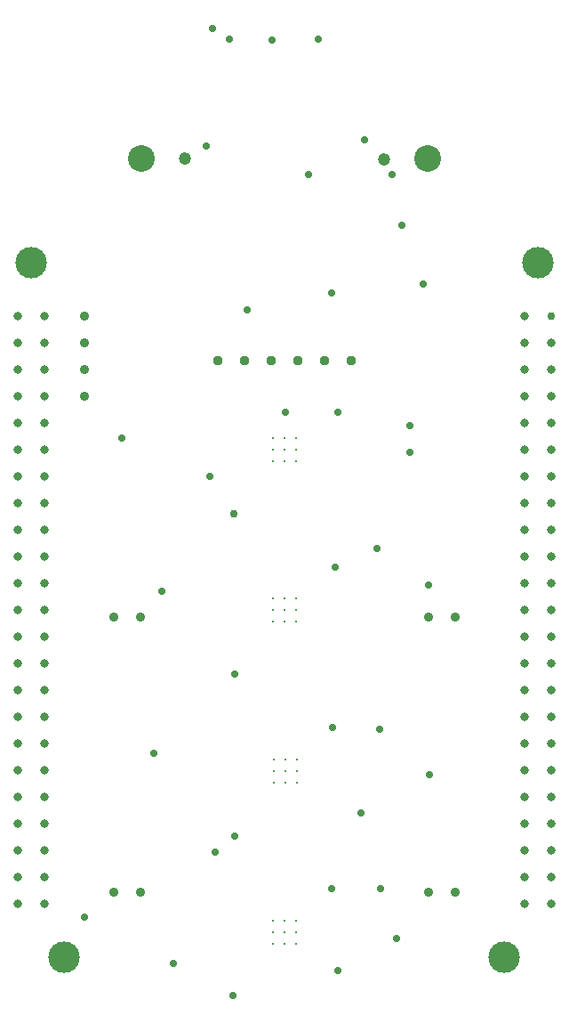
<source format=gbr>
G04 Layer_Color=0*
%FSLAX26Y26*%
%MOIN*%
%TF.FileFunction,Plated,1,4,PTH,Drill*%
%TF.Part,Single*%
G01*
G75*
%TA.AperFunction,ComponentDrill*%
%ADD66C,0.118110*%
%ADD67C,0.031496*%
%ADD68C,0.030000*%
%TA.AperFunction,OtherDrill,Pad Free-2 (711.614mil,-740mil)*%
%ADD69C,0.030000*%
%TA.AperFunction,ComponentDrill*%
%ADD70C,0.100000*%
%ADD71C,0.047000*%
%ADD72C,0.035433*%
%ADD73C,0.035827*%
%ADD74C,0.037402*%
%TA.AperFunction,ViaDrill,NotFilled*%
%ADD75C,0.028000*%
%ADD76C,0.007874*%
D66*
X1850000Y200000D02*
D03*
X-50000D02*
D03*
X75000Y-2400000D02*
D03*
X1725000D02*
D03*
D67*
X1800000Y0D02*
D03*
Y-100000D02*
D03*
Y-200000D02*
D03*
Y-300000D02*
D03*
Y-400000D02*
D03*
Y-500000D02*
D03*
Y-600000D02*
D03*
Y-700000D02*
D03*
Y-800000D02*
D03*
Y-900000D02*
D03*
Y-1000000D02*
D03*
Y-1100000D02*
D03*
Y-1200000D02*
D03*
Y-1300000D02*
D03*
Y-1400000D02*
D03*
Y-1500000D02*
D03*
Y-1600000D02*
D03*
Y-1700000D02*
D03*
Y-1800000D02*
D03*
Y-1900000D02*
D03*
Y-2000000D02*
D03*
Y-2100000D02*
D03*
Y-2200000D02*
D03*
X1900000Y-100000D02*
D03*
Y-200000D02*
D03*
Y-300000D02*
D03*
Y-400000D02*
D03*
Y-500000D02*
D03*
Y-600000D02*
D03*
Y-700000D02*
D03*
Y-800000D02*
D03*
Y-900000D02*
D03*
Y-1000000D02*
D03*
Y-1100000D02*
D03*
Y-1200000D02*
D03*
Y-1300000D02*
D03*
Y-1400000D02*
D03*
Y-1500000D02*
D03*
Y-1600000D02*
D03*
Y-1700000D02*
D03*
Y-1800000D02*
D03*
Y-1900000D02*
D03*
Y-2000000D02*
D03*
Y-2100000D02*
D03*
Y-2200000D02*
D03*
X0Y0D02*
D03*
X-100000D02*
D03*
Y-100000D02*
D03*
Y-200000D02*
D03*
Y-300000D02*
D03*
Y-400000D02*
D03*
Y-500000D02*
D03*
Y-600000D02*
D03*
Y-700000D02*
D03*
Y-800000D02*
D03*
Y-900000D02*
D03*
Y-1000000D02*
D03*
Y-1100000D02*
D03*
Y-1200000D02*
D03*
Y-1300000D02*
D03*
Y-1400000D02*
D03*
Y-1500000D02*
D03*
Y-1600000D02*
D03*
Y-1700000D02*
D03*
Y-1800000D02*
D03*
Y-1900000D02*
D03*
Y-2000000D02*
D03*
Y-2100000D02*
D03*
Y-2200000D02*
D03*
X0Y-100000D02*
D03*
Y-200000D02*
D03*
Y-300000D02*
D03*
Y-400000D02*
D03*
Y-500000D02*
D03*
Y-600000D02*
D03*
Y-700000D02*
D03*
Y-800000D02*
D03*
Y-900000D02*
D03*
Y-1000000D02*
D03*
Y-1100000D02*
D03*
Y-1200000D02*
D03*
Y-1300000D02*
D03*
Y-1400000D02*
D03*
Y-1500000D02*
D03*
Y-1600000D02*
D03*
Y-1700000D02*
D03*
Y-1800000D02*
D03*
Y-1900000D02*
D03*
Y-2000000D02*
D03*
Y-2100000D02*
D03*
Y-2200000D02*
D03*
D68*
X1900000Y0D02*
D03*
D69*
X711614Y-740000D02*
D03*
D70*
X1436200Y590000D02*
D03*
X363800D02*
D03*
D71*
X525700D02*
D03*
X1274300Y588400D02*
D03*
D72*
X150000Y0D02*
D03*
Y-100000D02*
D03*
Y-200000D02*
D03*
Y-300000D02*
D03*
D73*
X1440551Y-2156000D02*
D03*
X1540551D02*
D03*
X359449D02*
D03*
X259449D02*
D03*
Y-1124897D02*
D03*
X359449D02*
D03*
X1440551D02*
D03*
X1540551D02*
D03*
D74*
X1150000Y-166000D02*
D03*
X1050000D02*
D03*
X950000D02*
D03*
X850000D02*
D03*
X750000D02*
D03*
X650000D02*
D03*
D75*
X693748Y1035992D02*
D03*
X854804Y1034000D02*
D03*
X1027480Y1035992D02*
D03*
X1255694Y-1546196D02*
D03*
X707480Y-2544008D02*
D03*
X714566Y-1946000D02*
D03*
Y-1340000D02*
D03*
X1320000Y-2330000D02*
D03*
X1186536Y-1860000D02*
D03*
X1370000Y-410000D02*
D03*
Y-509796D02*
D03*
X1420000Y120000D02*
D03*
X631000Y1079000D02*
D03*
X607000Y637000D02*
D03*
X1260000Y-2143678D02*
D03*
X1076000D02*
D03*
X1080000Y-1540000D02*
D03*
X1100000Y-360000D02*
D03*
X1090000Y-940000D02*
D03*
X1247078Y-870000D02*
D03*
X620000Y-600000D02*
D03*
X903000Y-360000D02*
D03*
X1100000Y-2450000D02*
D03*
X150000Y-2250000D02*
D03*
X1303180Y530000D02*
D03*
X990000D02*
D03*
X1200000Y660000D02*
D03*
X410000Y-1637426D02*
D03*
X1444566Y-1716000D02*
D03*
X640000Y-2006000D02*
D03*
X485032Y-2421442D02*
D03*
X1076000Y85992D02*
D03*
X440000Y-1030063D02*
D03*
X290000Y-454874D02*
D03*
X1440766Y-1006000D02*
D03*
X760000Y25000D02*
D03*
X1340000Y340000D02*
D03*
D76*
X943306Y-1056694D02*
D03*
X900000D02*
D03*
X856692D02*
D03*
X943306Y-1100000D02*
D03*
X900000D02*
D03*
X856692D02*
D03*
X943306Y-1143308D02*
D03*
X900000D02*
D03*
X856692D02*
D03*
X859692Y-1746308D02*
D03*
X903000D02*
D03*
X946306D02*
D03*
X859692Y-1703000D02*
D03*
X903000D02*
D03*
X946306D02*
D03*
X859692Y-1659694D02*
D03*
X903000D02*
D03*
X946306D02*
D03*
X856692Y-2349308D02*
D03*
X900000D02*
D03*
X943306D02*
D03*
X856692Y-2306000D02*
D03*
X900000D02*
D03*
X943306D02*
D03*
X856692Y-2262694D02*
D03*
X900000D02*
D03*
X943306D02*
D03*
Y-454874D02*
D03*
X900000D02*
D03*
X856692D02*
D03*
X943306Y-498182D02*
D03*
X900000D02*
D03*
X856692D02*
D03*
X943306Y-541488D02*
D03*
X900000D02*
D03*
X856692D02*
D03*
%TF.MD5,be4164e1f11fc8c7dcda64950e975fce*%
M02*

</source>
